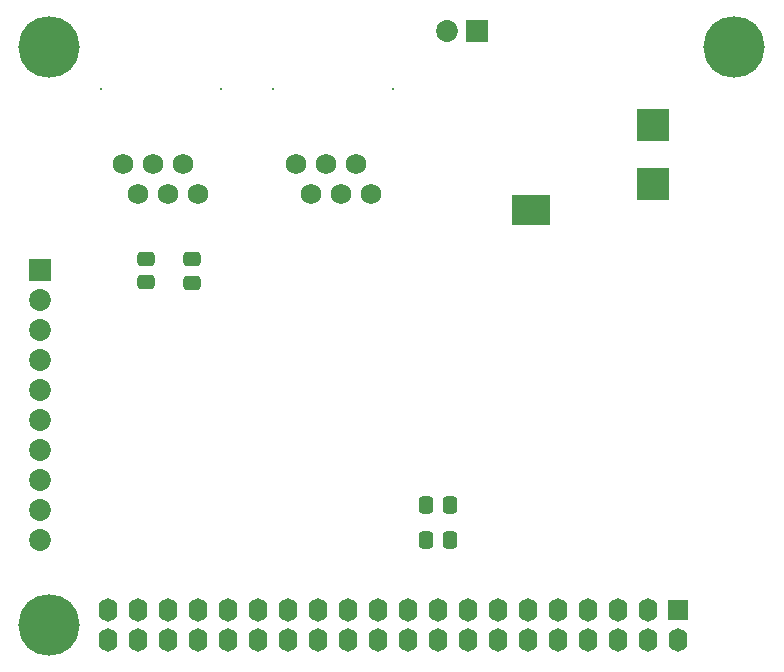
<source format=gbs>
G04*
G04 #@! TF.GenerationSoftware,Altium Limited,Altium Designer,18.0.7 (293)*
G04*
G04 Layer_Color=16711935*
%FSLAX25Y25*%
%MOIN*%
G70*
G01*
G75*
G04:AMPARAMS|DCode=18|XSize=58mil|YSize=45.4mil|CornerRadius=9.61mil|HoleSize=0mil|Usage=FLASHONLY|Rotation=0.000|XOffset=0mil|YOffset=0mil|HoleType=Round|Shape=RoundedRectangle|*
%AMROUNDEDRECTD18*
21,1,0.05800,0.02618,0,0,0.0*
21,1,0.03878,0.04540,0,0,0.0*
1,1,0.01922,0.01939,-0.01309*
1,1,0.01922,-0.01939,-0.01309*
1,1,0.01922,-0.01939,0.01309*
1,1,0.01922,0.01939,0.01309*
%
%ADD18ROUNDEDRECTD18*%
G04:AMPARAMS|DCode=23|XSize=58mil|YSize=45.4mil|CornerRadius=9.61mil|HoleSize=0mil|Usage=FLASHONLY|Rotation=270.000|XOffset=0mil|YOffset=0mil|HoleType=Round|Shape=RoundedRectangle|*
%AMROUNDEDRECTD23*
21,1,0.05800,0.02618,0,0,270.0*
21,1,0.03878,0.04540,0,0,270.0*
1,1,0.01922,-0.01309,-0.01939*
1,1,0.01922,-0.01309,0.01939*
1,1,0.01922,0.01309,0.01939*
1,1,0.01922,0.01309,-0.01939*
%
%ADD23ROUNDEDRECTD23*%
%ADD38C,0.20485*%
%ADD39R,0.13005X0.10249*%
%ADD40C,0.07300*%
%ADD41R,0.07300X0.07300*%
%ADD42O,0.06300X0.07800*%
%ADD43R,0.06706X0.06706*%
%ADD44R,0.10800X0.10800*%
%ADD45C,0.00800*%
%ADD46C,0.06800*%
%ADD47R,0.07300X0.07300*%
%ADD48C,0.05800*%
D18*
X147100Y229363D02*
D03*
Y237237D02*
D03*
X162500Y229063D02*
D03*
Y236937D02*
D03*
D23*
X248537Y155200D02*
D03*
X240663D02*
D03*
X248437Y143400D02*
D03*
X240563D02*
D03*
D38*
X115000Y115000D02*
D03*
X343347Y307913D02*
D03*
X115000D02*
D03*
D39*
X275700Y253500D02*
D03*
D40*
X111900Y143400D02*
D03*
Y153400D02*
D03*
Y203400D02*
D03*
Y213400D02*
D03*
Y193400D02*
D03*
Y183400D02*
D03*
Y223400D02*
D03*
Y173400D02*
D03*
Y163400D02*
D03*
X247400Y313000D02*
D03*
D41*
X111900Y233400D02*
D03*
D42*
X324400Y110200D02*
D03*
X314400D02*
D03*
X304400D02*
D03*
X294400D02*
D03*
X284400D02*
D03*
X274400D02*
D03*
X264400D02*
D03*
X254400D02*
D03*
X244400D02*
D03*
X234400D02*
D03*
X224400D02*
D03*
X214400D02*
D03*
X204400D02*
D03*
X194400D02*
D03*
X184400D02*
D03*
X174400D02*
D03*
X144400D02*
D03*
X134400D02*
D03*
X164400D02*
D03*
X154400D02*
D03*
Y120200D02*
D03*
X164400D02*
D03*
X134400D02*
D03*
X144400D02*
D03*
X174400D02*
D03*
X184400D02*
D03*
X194400D02*
D03*
X204400D02*
D03*
X214400D02*
D03*
X224400D02*
D03*
X234400D02*
D03*
X244400D02*
D03*
X254400D02*
D03*
X264400D02*
D03*
X274400D02*
D03*
X284400D02*
D03*
X294400D02*
D03*
X304400D02*
D03*
X314400D02*
D03*
D43*
X324400D02*
D03*
D44*
X316200Y262043D02*
D03*
Y281843D02*
D03*
D45*
X132083Y293693D02*
D03*
X172083D02*
D03*
X189683D02*
D03*
X229683D02*
D03*
D46*
X139603Y268693D02*
D03*
X144603Y258693D02*
D03*
X149603Y268693D02*
D03*
X154603Y258693D02*
D03*
X159603Y268693D02*
D03*
X164603Y258693D02*
D03*
X197203Y268693D02*
D03*
X202203Y258693D02*
D03*
X207203Y268693D02*
D03*
X212203Y258693D02*
D03*
X217203Y268693D02*
D03*
X222203Y258693D02*
D03*
D47*
X257400Y313000D02*
D03*
D48*
X273200Y253500D02*
D03*
X278200D02*
D03*
M02*

</source>
